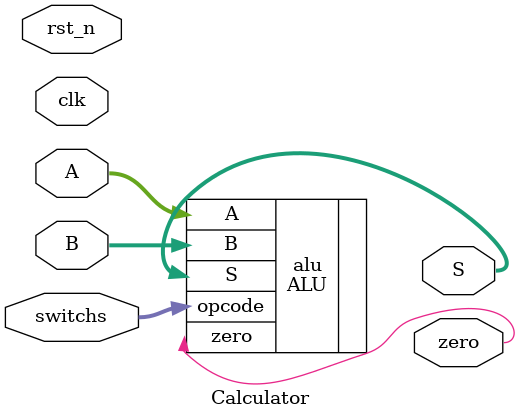
<source format=v>
module Calculator (
    input wire clk,
    input wire rst_n,

    input wire [3:0] switchs,

    input wire [7:0] A,
    input wire [7:0] B,
    output reg [7:0] S,

    output wire zero
);
    

ALU alu (
    .opcode (switchs),
    .A      (A),
    .B      (B),
    .S      (S),
    .zero   (zero)
);


endmodule

</source>
